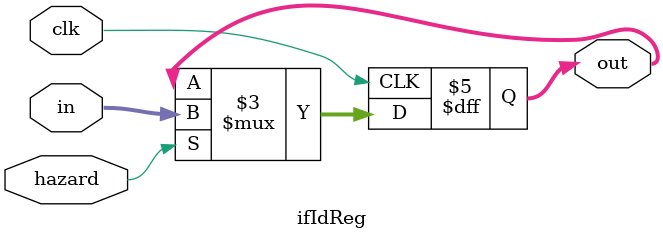
<source format=v>
module ifIdReg #(parameter WIDTH=32) (clk, in, out, hazard);

input wire clk;
input wire [WIDTH-1 : 0] in;
input wire hazard;
output reg [WIDTH-1 : 0] out = 0;

//assign IFIDWrite = hazard_detected ? 1'b0 : 1'b1;

always @(posedge clk) begin
    if(hazard) out <= in;
end

endmodule

</source>
